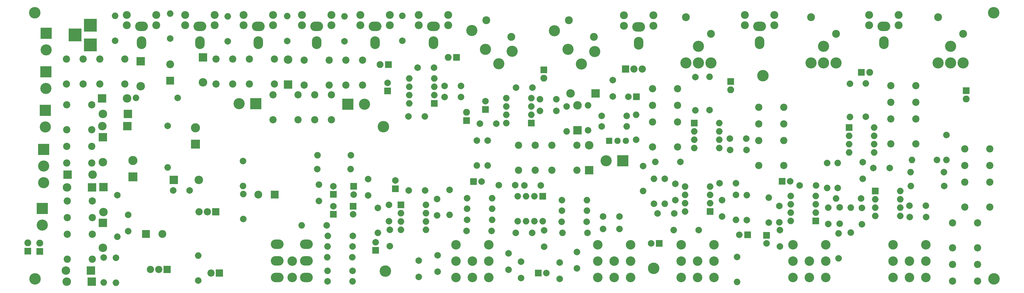
<source format=gbr>
G04 #@! TF.FileFunction,Soldermask,Top*
%FSLAX46Y46*%
G04 Gerber Fmt 4.6, Leading zero omitted, Abs format (unit mm)*
G04 Created by KiCad (PCBNEW 4.0.7) date 05/04/21 11:15:44*
%MOMM*%
%LPD*%
G01*
G04 APERTURE LIST*
%ADD10C,0.100000*%
%ADD11R,2.800000X2.800000*%
%ADD12C,2.800000*%
%ADD13R,2.600000X2.600000*%
%ADD14O,2.600000X2.600000*%
%ADD15R,2.000000X2.000000*%
%ADD16C,2.000000*%
%ADD17C,3.400000*%
%ADD18C,2.400000*%
%ADD19O,2.000000X2.000000*%
%ADD20C,2.200000*%
%ADD21O,2.400000X2.400000*%
%ADD22O,3.900000X2.900000*%
%ADD23O,2.900000X3.900000*%
%ADD24R,2.200000X2.200000*%
%ADD25O,2.200000X2.200000*%
%ADD26R,3.400000X3.400000*%
%ADD27C,3.500000*%
%ADD28R,3.900000X3.900000*%
%ADD29C,2.900000*%
%ADD30R,2.100000X2.100000*%
%ADD31O,2.100000X2.100000*%
%ADD32R,2.400000X2.400000*%
%ADD33C,1.920000*%
%ADD34R,1.920000X1.920000*%
G04 APERTURE END LIST*
D10*
D11*
X79970000Y-78180000D03*
D12*
X79970000Y-73180000D03*
D13*
X82260000Y-51700000D03*
D14*
X82260000Y-59320000D03*
D15*
X128090000Y-91060000D03*
D16*
X128090000Y-93560000D03*
D17*
X197480000Y-53690000D03*
X193430000Y-49240000D03*
D18*
X193670000Y-40350000D03*
X201290000Y-45430000D03*
D17*
X201530000Y-49880000D03*
X189230000Y-43520000D03*
D16*
X107860000Y-46630000D03*
D19*
X107860000Y-39010000D03*
D13*
X59400000Y-68960000D03*
D14*
X51780000Y-68960000D03*
D13*
X48450000Y-91360000D03*
D14*
X40830000Y-91360000D03*
D20*
X314260000Y-89740000D03*
X314260000Y-79580000D03*
X314260000Y-84660000D03*
X321860000Y-84660000D03*
X321860000Y-89740000D03*
X321860000Y-79580000D03*
X314260000Y-97360000D03*
X321860000Y-97360000D03*
D21*
X76780000Y-41855000D03*
X85780000Y-41855000D03*
X76780000Y-38680000D03*
X85780000Y-38680000D03*
D22*
X81280000Y-42180000D03*
D23*
X81280000Y-47180000D03*
D24*
X86110000Y-98850000D03*
D25*
X83570000Y-98850000D03*
X81030000Y-98850000D03*
D20*
X120690000Y-52530000D03*
X130850000Y-52530000D03*
X125770000Y-52530000D03*
X125770000Y-60130000D03*
X120690000Y-60130000D03*
X130850000Y-60130000D03*
X113070000Y-52530000D03*
X113070000Y-60130000D03*
D21*
X59000000Y-41855000D03*
X68000000Y-41855000D03*
X59000000Y-38680000D03*
X68000000Y-38680000D03*
D22*
X63500000Y-42180000D03*
D23*
X63500000Y-47180000D03*
D17*
X172330000Y-53630000D03*
X168280000Y-49180000D03*
D18*
X168520000Y-40290000D03*
X176140000Y-45370000D03*
D17*
X176380000Y-49820000D03*
X164080000Y-43460000D03*
D15*
X236700000Y-98700000D03*
D19*
X229080000Y-91080000D03*
X236700000Y-96160000D03*
X229080000Y-93620000D03*
X236700000Y-93620000D03*
X229080000Y-96160000D03*
X236700000Y-91080000D03*
X229080000Y-98700000D03*
D16*
X308630000Y-75330000D03*
D19*
X308630000Y-82950000D03*
D15*
X286930000Y-92510000D03*
D19*
X294550000Y-100130000D03*
X286930000Y-95050000D03*
X294550000Y-97590000D03*
X286930000Y-97590000D03*
X294550000Y-95050000D03*
X286930000Y-100130000D03*
X294550000Y-92510000D03*
D16*
X165620000Y-77040000D03*
D19*
X165620000Y-84660000D03*
D20*
X111190000Y-63090000D03*
X121350000Y-63090000D03*
X116270000Y-63090000D03*
X116270000Y-70690000D03*
X111190000Y-70690000D03*
X121350000Y-70690000D03*
X103570000Y-63090000D03*
X103570000Y-70690000D03*
D16*
X132550000Y-93840000D03*
X132550000Y-88840000D03*
X117520000Y-95500000D03*
X117520000Y-90500000D03*
X172300000Y-90700000D03*
X177300000Y-90700000D03*
X147900000Y-118700000D03*
X147900000Y-113700000D03*
X179100000Y-119100000D03*
X179100000Y-114100000D03*
X153700000Y-112100000D03*
X153700000Y-117100000D03*
X175300000Y-111500000D03*
X175300000Y-116500000D03*
X190900000Y-119300000D03*
X190900000Y-114300000D03*
D13*
X48400000Y-120200000D03*
D14*
X40780000Y-120200000D03*
D13*
X51910000Y-91310000D03*
D14*
X51910000Y-98930000D03*
D13*
X51780000Y-76090000D03*
D14*
X51780000Y-83710000D03*
D13*
X48100000Y-116800000D03*
D14*
X40480000Y-116800000D03*
D13*
X40960000Y-87450000D03*
D14*
X48580000Y-87450000D03*
D13*
X51740000Y-102200000D03*
D14*
X51740000Y-109820000D03*
D13*
X73310000Y-89070000D03*
D14*
X80930000Y-89070000D03*
D13*
X59180000Y-72640000D03*
D14*
X51560000Y-72640000D03*
D26*
X33700000Y-79800000D03*
D17*
X33700000Y-84880000D03*
X33700000Y-89960000D03*
D26*
X33300000Y-97800000D03*
D17*
X33300000Y-102880000D03*
D16*
X127700000Y-112700000D03*
D19*
X120080000Y-112700000D03*
D16*
X55710000Y-112880000D03*
D19*
X55710000Y-120500000D03*
D16*
X94440000Y-83370000D03*
D19*
X94440000Y-90990000D03*
D16*
X51970000Y-112820000D03*
D19*
X51970000Y-120440000D03*
D16*
X94490000Y-101030000D03*
D19*
X94490000Y-93410000D03*
D16*
X127900000Y-106200000D03*
D19*
X120280000Y-106200000D03*
D16*
X157300000Y-92100000D03*
D19*
X157300000Y-99720000D03*
D16*
X135500000Y-97600000D03*
D19*
X135500000Y-105220000D03*
D16*
X168900000Y-77080000D03*
D19*
X168900000Y-84700000D03*
D16*
X80810000Y-119790000D03*
D19*
X80810000Y-112170000D03*
D16*
X162700000Y-101300000D03*
D19*
X170320000Y-101300000D03*
D16*
X199300000Y-105300000D03*
D19*
X191680000Y-105300000D03*
D16*
X162500000Y-104700000D03*
D19*
X170120000Y-104700000D03*
D16*
X199100000Y-101900000D03*
D19*
X191480000Y-101900000D03*
D16*
X162700000Y-97900000D03*
D19*
X170320000Y-97900000D03*
D16*
X191500000Y-98500000D03*
D19*
X199120000Y-98500000D03*
D16*
X191500000Y-95300000D03*
D19*
X199120000Y-95300000D03*
D16*
X254510000Y-102150000D03*
D19*
X254510000Y-94530000D03*
D16*
X275820000Y-113050000D03*
D19*
X275820000Y-105430000D03*
D16*
X279520000Y-105140000D03*
D19*
X279520000Y-97520000D03*
D16*
X247800000Y-101390000D03*
D19*
X247800000Y-93770000D03*
D16*
X219520000Y-96340000D03*
D19*
X219520000Y-88720000D03*
D20*
X40900000Y-105680000D03*
X40900000Y-95520000D03*
X40900000Y-100600000D03*
X48500000Y-100600000D03*
X48500000Y-105680000D03*
X48500000Y-95520000D03*
X40900000Y-113300000D03*
X48500000Y-113300000D03*
D24*
X71320000Y-116430000D03*
D25*
X68780000Y-116430000D03*
X66240000Y-116430000D03*
D16*
X204100000Y-104100000D03*
X209100000Y-104100000D03*
X186100000Y-104500000D03*
X186100000Y-109500000D03*
X139100000Y-109300000D03*
X139100000Y-104300000D03*
X196100000Y-116100000D03*
X196100000Y-111100000D03*
X204100000Y-100300000D03*
X209100000Y-100300000D03*
X185100000Y-90800000D03*
X180100000Y-90800000D03*
X182500000Y-105300000D03*
X177500000Y-105300000D03*
X268890000Y-90750000D03*
X263890000Y-90750000D03*
D26*
X34200000Y-67800000D03*
D17*
X34200000Y-72880000D03*
D16*
X244500000Y-93700000D03*
D19*
X244500000Y-101320000D03*
D16*
X222880000Y-88710000D03*
D19*
X222880000Y-96330000D03*
D16*
X305750000Y-83020000D03*
D19*
X298130000Y-83020000D03*
D16*
X272300000Y-83930000D03*
D19*
X272300000Y-91550000D03*
D16*
X216260000Y-84850000D03*
D19*
X216260000Y-92470000D03*
D16*
X275540000Y-91530000D03*
D19*
X275540000Y-83910000D03*
D16*
X227600000Y-83600000D03*
D19*
X219980000Y-83600000D03*
D16*
X257940000Y-109420000D03*
X257940000Y-104420000D03*
X257770000Y-102060000D03*
X257770000Y-97060000D03*
D27*
X323000000Y-38000000D03*
X31100000Y-119300000D03*
X31000000Y-38000000D03*
X323100000Y-119300000D03*
D16*
X153500000Y-94900000D03*
X153500000Y-99900000D03*
X138900000Y-96700000D03*
X138900000Y-101700000D03*
X276130000Y-97480000D03*
X276130000Y-102480000D03*
X272630000Y-97560000D03*
X272630000Y-102560000D03*
X282900000Y-102600000D03*
X282900000Y-97600000D03*
X239500000Y-90100000D03*
X244500000Y-90100000D03*
X225700000Y-99300000D03*
X220700000Y-99300000D03*
X226100000Y-95300000D03*
X226100000Y-90300000D03*
X240300000Y-100300000D03*
X240300000Y-95300000D03*
X283170000Y-88710000D03*
X283170000Y-83710000D03*
D13*
X51470000Y-64210000D03*
D14*
X59090000Y-64210000D03*
D24*
X87210000Y-117500000D03*
D20*
X84670000Y-117500000D03*
D13*
X199800000Y-86110000D03*
D14*
X199800000Y-78490000D03*
D13*
X108180000Y-59960000D03*
D14*
X108180000Y-52340000D03*
D17*
X233140000Y-53340000D03*
X236950000Y-53340000D03*
D18*
X229330000Y-39370000D03*
X236950000Y-44450000D03*
D17*
X229330000Y-53340000D03*
X233140000Y-48260000D03*
X271240000Y-53340000D03*
X275050000Y-53340000D03*
D18*
X267430000Y-39370000D03*
X275050000Y-44450000D03*
D17*
X267430000Y-53340000D03*
X271240000Y-48260000D03*
X309880000Y-53340000D03*
X313690000Y-53340000D03*
D18*
X306070000Y-39370000D03*
X313690000Y-44450000D03*
D17*
X306070000Y-53340000D03*
X309880000Y-48260000D03*
D28*
X47950000Y-47830000D03*
X47950000Y-41830000D03*
X43250000Y-44830000D03*
D26*
X34480000Y-44310000D03*
D17*
X34480000Y-49390000D03*
D26*
X34420000Y-56100000D03*
D17*
X34420000Y-61180000D03*
D16*
X74520000Y-64040000D03*
D19*
X61820000Y-64040000D03*
D16*
X162700000Y-94700000D03*
D19*
X170320000Y-94700000D03*
D16*
X142950000Y-46580000D03*
D19*
X142950000Y-38960000D03*
D16*
X72220000Y-45880000D03*
D19*
X72220000Y-38260000D03*
D16*
X125350000Y-46760000D03*
D19*
X125350000Y-39140000D03*
D16*
X55490000Y-46600000D03*
D19*
X55490000Y-38980000D03*
D16*
X89800000Y-46770000D03*
D19*
X89800000Y-39150000D03*
D20*
X48340000Y-73750000D03*
X48340000Y-83910000D03*
X48340000Y-78830000D03*
X40740000Y-78830000D03*
X40740000Y-73750000D03*
X40740000Y-83910000D03*
X48340000Y-66130000D03*
X40740000Y-66130000D03*
X188460000Y-86100000D03*
X178300000Y-86100000D03*
X183380000Y-86100000D03*
X183380000Y-78500000D03*
X188460000Y-78500000D03*
X178300000Y-78500000D03*
X196080000Y-86100000D03*
X196080000Y-78500000D03*
X96410000Y-59790000D03*
X86250000Y-59790000D03*
X91330000Y-59790000D03*
X91330000Y-52190000D03*
X96410000Y-52190000D03*
X86250000Y-52190000D03*
X104030000Y-59790000D03*
X104030000Y-52190000D03*
X50860000Y-59760000D03*
X40700000Y-59760000D03*
X45780000Y-59760000D03*
X45780000Y-52160000D03*
X50860000Y-52160000D03*
X40700000Y-52160000D03*
X58480000Y-59760000D03*
X58480000Y-52160000D03*
D29*
X164280000Y-118900000D03*
X159280000Y-118900000D03*
X169280000Y-118900000D03*
X169280000Y-113900000D03*
X164280000Y-113900000D03*
X159280000Y-113900000D03*
X169280000Y-108900000D03*
X159280000Y-108900000D03*
X207460000Y-118900000D03*
X202460000Y-118900000D03*
X212460000Y-118900000D03*
X212460000Y-113900000D03*
X207460000Y-113900000D03*
X202460000Y-113900000D03*
X212460000Y-108900000D03*
X202460000Y-108900000D03*
X232860000Y-118900000D03*
X227860000Y-118900000D03*
X237860000Y-118900000D03*
X237860000Y-113900000D03*
X232860000Y-113900000D03*
X227860000Y-113900000D03*
X237860000Y-108900000D03*
X227860000Y-108900000D03*
X297340000Y-118900000D03*
X292340000Y-118900000D03*
X302340000Y-118900000D03*
X302340000Y-113900000D03*
X297340000Y-113900000D03*
X292340000Y-113900000D03*
X302340000Y-108900000D03*
X292340000Y-108900000D03*
X266860000Y-118900000D03*
X261860000Y-118900000D03*
X271860000Y-118900000D03*
X271860000Y-113900000D03*
X266860000Y-113900000D03*
X261860000Y-113900000D03*
X271860000Y-108900000D03*
X261860000Y-108900000D03*
D26*
X210050000Y-83210000D03*
D17*
X204970000Y-83210000D03*
D26*
X126340000Y-65950000D03*
D17*
X131420000Y-65950000D03*
D26*
X98290000Y-65830000D03*
D17*
X93210000Y-65830000D03*
D16*
X149900000Y-92340000D03*
X144900000Y-92340000D03*
D15*
X140820000Y-91780000D03*
D16*
X140820000Y-89280000D03*
D15*
X184300000Y-117500000D03*
D16*
X186800000Y-117500000D03*
D15*
X134850000Y-110600000D03*
D16*
X134850000Y-108100000D03*
D15*
X248070000Y-105840000D03*
D16*
X245570000Y-105840000D03*
D15*
X221200000Y-108500000D03*
D16*
X218700000Y-108500000D03*
X302440000Y-100430000D03*
X297440000Y-100430000D03*
X291330000Y-85410000D03*
X286330000Y-85410000D03*
X302400000Y-97000000D03*
X297400000Y-97000000D03*
X247770000Y-79960000D03*
X242770000Y-79960000D03*
X247660000Y-76500000D03*
X242660000Y-76500000D03*
X307920000Y-90980000D03*
D19*
X297760000Y-90980000D03*
D16*
X236490000Y-67740000D03*
D19*
X236490000Y-57580000D03*
D16*
X284090000Y-69820000D03*
D19*
X284090000Y-59660000D03*
D16*
X307890000Y-86720000D03*
D19*
X297730000Y-86720000D03*
D16*
X279290000Y-59740000D03*
D19*
X279290000Y-69900000D03*
D16*
X232180000Y-57680000D03*
D19*
X232180000Y-67840000D03*
D15*
X142500000Y-96700000D03*
D19*
X150120000Y-104320000D03*
X142500000Y-99240000D03*
X150120000Y-101780000D03*
X142500000Y-101780000D03*
X150120000Y-99240000D03*
X142500000Y-104320000D03*
X150120000Y-96700000D03*
D15*
X185700000Y-94100000D03*
D19*
X178080000Y-101720000D03*
X183160000Y-94100000D03*
X180620000Y-101720000D03*
X180620000Y-94100000D03*
X183160000Y-101720000D03*
X178080000Y-94100000D03*
X185700000Y-101720000D03*
D15*
X268810000Y-101620000D03*
D19*
X261190000Y-94000000D03*
X268810000Y-99080000D03*
X261190000Y-96540000D03*
X268810000Y-96540000D03*
X261190000Y-99080000D03*
X268810000Y-94000000D03*
X261190000Y-101620000D03*
D15*
X231830000Y-71730000D03*
D19*
X239450000Y-79350000D03*
X231830000Y-74270000D03*
X239450000Y-76810000D03*
X231830000Y-76810000D03*
X239450000Y-74270000D03*
X231830000Y-79350000D03*
X239450000Y-71730000D03*
D15*
X279010000Y-73110000D03*
D19*
X286630000Y-80730000D03*
X279010000Y-75650000D03*
X286630000Y-78190000D03*
X279010000Y-78190000D03*
X286630000Y-75650000D03*
X279010000Y-80730000D03*
X286630000Y-73110000D03*
D27*
X252730000Y-57280000D03*
X219470000Y-116060000D03*
X137190000Y-72810000D03*
X137800000Y-116960000D03*
D16*
X120200000Y-120100000D03*
D19*
X127820000Y-120100000D03*
D16*
X127800000Y-116900000D03*
D19*
X120180000Y-116900000D03*
D16*
X147560000Y-54800000D03*
X152560000Y-54800000D03*
X177560000Y-60880000D03*
X182560000Y-60880000D03*
X166540000Y-71930000D03*
X171540000Y-71930000D03*
X149760000Y-69680000D03*
X144760000Y-69680000D03*
D15*
X138410000Y-61920000D03*
D16*
X138410000Y-59420000D03*
D15*
X168290000Y-67560000D03*
D16*
X168290000Y-65060000D03*
D30*
X138690000Y-53870000D03*
D31*
X136150000Y-53870000D03*
D30*
X162460000Y-70980000D03*
D31*
X162460000Y-68440000D03*
D15*
X152660000Y-65710000D03*
D19*
X145040000Y-58090000D03*
X152660000Y-63170000D03*
X145040000Y-60630000D03*
X152660000Y-60630000D03*
X145040000Y-63170000D03*
X152660000Y-58090000D03*
X145040000Y-65710000D03*
D15*
X182220000Y-71690000D03*
D19*
X174600000Y-64070000D03*
X182220000Y-69150000D03*
X174600000Y-66610000D03*
X182220000Y-66610000D03*
X174600000Y-69150000D03*
X182220000Y-64070000D03*
X174600000Y-71690000D03*
D15*
X121930000Y-99610000D03*
D16*
X121930000Y-97110000D03*
X155830000Y-63740000D03*
X160830000Y-63740000D03*
X184850000Y-67980000D03*
X189850000Y-67980000D03*
X160780000Y-60390000D03*
X155780000Y-60390000D03*
X189820000Y-64460000D03*
X184820000Y-64460000D03*
D15*
X121960000Y-93500000D03*
D16*
X121960000Y-91000000D03*
D15*
X127940000Y-97120000D03*
D16*
X127940000Y-99620000D03*
D29*
X109380000Y-118900000D03*
D22*
X104855000Y-118900000D03*
X113745000Y-118900000D03*
X113745000Y-113820000D03*
D29*
X109380000Y-113900000D03*
D22*
X104855000Y-113820000D03*
X113745000Y-108740000D03*
X104855000Y-108740000D03*
D21*
X247250000Y-41885000D03*
X256250000Y-41885000D03*
X247250000Y-38710000D03*
X256250000Y-38710000D03*
D22*
X251750000Y-42210000D03*
D23*
X251750000Y-47210000D03*
D21*
X210410000Y-41985000D03*
X219410000Y-41985000D03*
X210410000Y-38810000D03*
X219410000Y-38810000D03*
D22*
X214910000Y-42310000D03*
D23*
X214910000Y-47310000D03*
D21*
X130120000Y-41855000D03*
X139120000Y-41855000D03*
X130120000Y-38680000D03*
X139120000Y-38680000D03*
D22*
X134620000Y-42180000D03*
D23*
X134620000Y-47180000D03*
D21*
X147900000Y-41855000D03*
X156900000Y-41855000D03*
X147900000Y-38680000D03*
X156900000Y-38680000D03*
D22*
X152400000Y-42180000D03*
D23*
X152400000Y-47180000D03*
D21*
X94560000Y-41855000D03*
X103560000Y-41855000D03*
X94560000Y-38680000D03*
X103560000Y-38680000D03*
D22*
X99060000Y-42180000D03*
D23*
X99060000Y-47180000D03*
D21*
X112340000Y-41855000D03*
X121340000Y-41855000D03*
X112340000Y-38680000D03*
X121340000Y-38680000D03*
D22*
X116840000Y-42180000D03*
D23*
X116840000Y-47180000D03*
D21*
X285060000Y-41855000D03*
X294060000Y-41855000D03*
X285060000Y-38680000D03*
X294060000Y-38680000D03*
D22*
X289560000Y-42180000D03*
D23*
X289560000Y-47180000D03*
D16*
X127800000Y-109400000D03*
D19*
X120180000Y-109400000D03*
D16*
X119900000Y-103000000D03*
D19*
X112280000Y-103000000D03*
D16*
X233200000Y-104400000D03*
D19*
X225580000Y-104400000D03*
D16*
X244900000Y-112600000D03*
D19*
X244900000Y-120220000D03*
D32*
X64880000Y-105610000D03*
D18*
X69880000Y-105610000D03*
D32*
X104100000Y-93540000D03*
D18*
X99100000Y-93540000D03*
D13*
X201800000Y-62690000D03*
D14*
X194180000Y-62690000D03*
D33*
X208475000Y-77145000D03*
X211015000Y-77145000D03*
D34*
X205935000Y-77145000D03*
D16*
X199510000Y-73945000D03*
D19*
X199510000Y-66325000D03*
D16*
X192985000Y-66620000D03*
D19*
X192985000Y-74240000D03*
D13*
X196260000Y-73945000D03*
D14*
X196260000Y-66325000D03*
D24*
X210940000Y-55250000D03*
D25*
X213480000Y-55250000D03*
X216020000Y-55250000D03*
D20*
X318090000Y-109820000D03*
X318090000Y-119980000D03*
X318090000Y-114900000D03*
X310490000Y-114900000D03*
X310490000Y-109820000D03*
X310490000Y-119980000D03*
X318090000Y-102200000D03*
X310490000Y-102200000D03*
X219160000Y-71420000D03*
X219160000Y-61260000D03*
X219160000Y-66340000D03*
X226760000Y-66340000D03*
X226760000Y-71420000D03*
X226760000Y-61260000D03*
X219160000Y-79040000D03*
X226760000Y-79040000D03*
X251510000Y-77060000D03*
X251510000Y-66900000D03*
X251510000Y-71980000D03*
X259110000Y-71980000D03*
X259110000Y-77060000D03*
X259110000Y-66900000D03*
X251510000Y-84680000D03*
X259110000Y-84680000D03*
X291700000Y-70500000D03*
X291700000Y-60340000D03*
X291700000Y-65420000D03*
X299300000Y-65420000D03*
X299300000Y-70500000D03*
X299300000Y-60340000D03*
X291700000Y-78120000D03*
X299300000Y-78120000D03*
D16*
X214120000Y-76810000D03*
D19*
X214120000Y-69190000D03*
D13*
X63280000Y-52830000D03*
D14*
X63280000Y-60450000D03*
D16*
X59440000Y-99780000D03*
X59440000Y-104780000D03*
X73150000Y-92310000D03*
X78150000Y-92310000D03*
X56160000Y-93760000D03*
D19*
X56160000Y-106460000D03*
D16*
X71510000Y-72540000D03*
D19*
X71510000Y-85240000D03*
D11*
X60910000Y-88120000D03*
D12*
X60910000Y-83120000D03*
D15*
X164590000Y-89610000D03*
D16*
X167090000Y-89610000D03*
D15*
X253890000Y-106000000D03*
D16*
X253890000Y-108500000D03*
D15*
X258580000Y-89490000D03*
D16*
X261080000Y-89490000D03*
X203635000Y-69545000D03*
D19*
X211255000Y-69545000D03*
D16*
X207060000Y-58620000D03*
X207060000Y-63620000D03*
X203685000Y-72745000D03*
D19*
X211305000Y-72745000D03*
D32*
X72280000Y-58790000D03*
D18*
X72280000Y-53790000D03*
D15*
X214240000Y-63680000D03*
D16*
X211740000Y-63680000D03*
D30*
X28900000Y-110870000D03*
D31*
X28900000Y-108330000D03*
D30*
X32490000Y-110890000D03*
D31*
X32490000Y-108350000D03*
D30*
X314660000Y-61800000D03*
D31*
X314660000Y-64340000D03*
D30*
X242890000Y-59020000D03*
D31*
X242890000Y-61560000D03*
D30*
X282750000Y-56270000D03*
D31*
X285290000Y-56270000D03*
D30*
X186040000Y-55440000D03*
D31*
X186040000Y-57980000D03*
D30*
X159410000Y-51700000D03*
D31*
X156870000Y-51700000D03*
D16*
X117010000Y-85800000D03*
D19*
X127170000Y-85800000D03*
D16*
X127250000Y-81530000D03*
D19*
X117090000Y-81530000D03*
D16*
X282640000Y-94770000D03*
D19*
X275020000Y-94770000D03*
M02*

</source>
